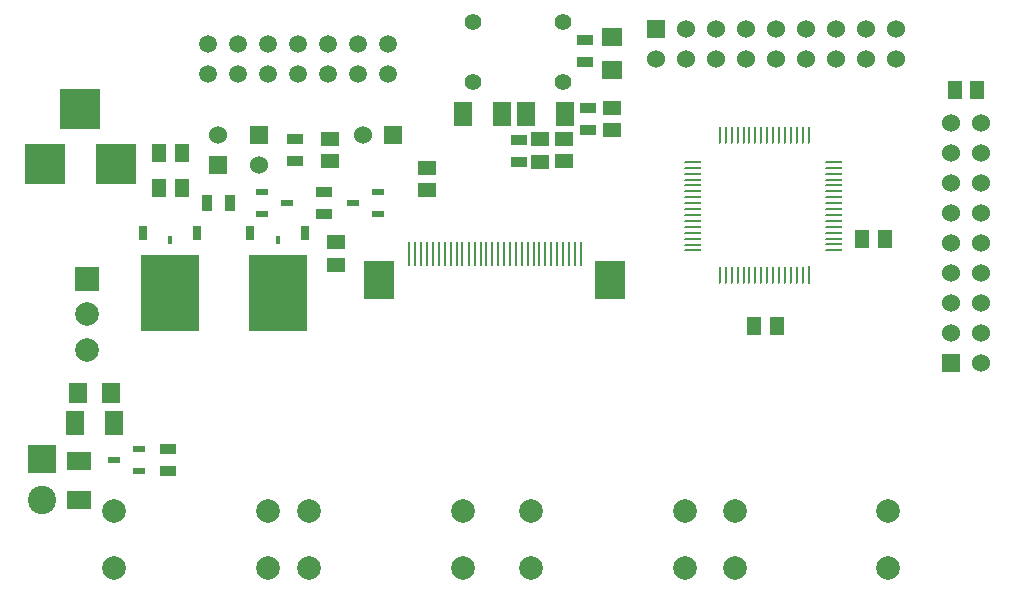
<source format=gbs>
G04 (created by PCBNEW (2013-07-07 BZR 4022)-stable) date 21/05/2014 18:52:46*
%MOIN*%
G04 Gerber Fmt 3.4, Leading zero omitted, Abs format*
%FSLAX34Y34*%
G01*
G70*
G90*
G04 APERTURE LIST*
%ADD10C,0.00590551*%
%ADD11C,0.0593*%
%ADD12R,0.0098X0.06*%
%ADD13O,0.0098X0.06*%
%ADD14O,0.06X0.0098*%
%ADD15C,0.0787402*%
%ADD16R,0.0787402X0.0787402*%
%ADD17C,0.055*%
%ADD18R,0.0394X0.0236*%
%ADD19R,0.06X0.08*%
%ADD20R,0.08X0.06*%
%ADD21R,0.055X0.035*%
%ADD22R,0.035X0.055*%
%ADD23R,0.0255906X0.0492126*%
%ADD24R,0.018X0.028*%
%ADD25R,0.19685X0.255906*%
%ADD26R,0.06X0.06*%
%ADD27C,0.06*%
%ADD28C,0.0944882*%
%ADD29R,0.0944882X0.0944882*%
%ADD30R,0.071X0.063*%
%ADD31R,0.063X0.071*%
%ADD32R,0.059X0.0512*%
%ADD33R,0.0512X0.059*%
%ADD34R,0.1378X0.1378*%
%ADD35R,0.01X0.08*%
%ADD36R,0.1X0.13*%
G04 APERTURE END LIST*
G54D10*
G54D11*
X11503Y14224D03*
X11503Y15224D03*
X10503Y14224D03*
X10503Y15224D03*
X9503Y14224D03*
X9503Y15224D03*
X8503Y14224D03*
X8503Y15224D03*
X7503Y14224D03*
X7503Y15224D03*
X6503Y14224D03*
X6503Y15224D03*
X5503Y14224D03*
X5503Y15224D03*
G54D12*
X25531Y7492D03*
G54D13*
X25334Y7492D03*
X25137Y7492D03*
X24940Y7492D03*
X24743Y7492D03*
X24547Y7492D03*
X24350Y7492D03*
X24153Y7492D03*
X23956Y7492D03*
X23759Y7492D03*
X23562Y7492D03*
X23366Y7492D03*
X23169Y7492D03*
X22972Y7492D03*
X22775Y7492D03*
X22578Y7492D03*
G54D14*
X21680Y8327D03*
X21680Y8524D03*
X21680Y8721D03*
X21680Y8918D03*
X21680Y9115D03*
X21680Y9311D03*
X21680Y9508D03*
X21680Y9705D03*
X21680Y9902D03*
X21680Y10099D03*
X21680Y10296D03*
X21680Y10492D03*
X21680Y10689D03*
X21680Y10886D03*
X21680Y11083D03*
X21680Y11280D03*
G54D13*
X22578Y12178D03*
X22775Y12178D03*
X22972Y12178D03*
X23169Y12178D03*
X23366Y12178D03*
X23562Y12178D03*
X23759Y12178D03*
X23956Y12178D03*
X24153Y12178D03*
X24350Y12178D03*
X24547Y12178D03*
X24743Y12178D03*
X24940Y12178D03*
X25137Y12178D03*
X25334Y12178D03*
X25531Y12178D03*
G54D14*
X26366Y11280D03*
X26366Y11083D03*
X26366Y10689D03*
X26373Y10886D03*
X26366Y10492D03*
X26366Y10296D03*
X26366Y10099D03*
X26366Y9902D03*
X26366Y9705D03*
X26366Y9508D03*
X26366Y9314D03*
X26366Y9117D03*
X26366Y8920D03*
X26366Y8723D03*
X26366Y8527D03*
X26366Y8330D03*
G54D15*
X1496Y6196D03*
G54D16*
X1496Y7377D03*
G54D15*
X1496Y5015D03*
G54D17*
X17346Y13946D03*
X17346Y15946D03*
X14346Y13946D03*
X14346Y15946D03*
G54D15*
X8877Y-2244D03*
X8877Y-358D03*
X14000Y-2244D03*
X14000Y-358D03*
X2377Y-2244D03*
X2377Y-358D03*
X7500Y-2244D03*
X7500Y-358D03*
X23070Y-2259D03*
X23070Y-374D03*
X28192Y-2259D03*
X28192Y-374D03*
X16279Y-2259D03*
X16279Y-374D03*
X21401Y-2259D03*
X21401Y-374D03*
G54D18*
X3211Y1713D03*
X2379Y1338D03*
X3211Y963D03*
X7300Y9526D03*
X8132Y9901D03*
X7300Y10276D03*
X11183Y10276D03*
X10351Y9901D03*
X11183Y9526D03*
G54D19*
X17406Y12876D03*
X16106Y12876D03*
X15306Y12876D03*
X14006Y12876D03*
G54D20*
X1220Y0D03*
X1220Y1299D03*
G54D19*
X1082Y2578D03*
X2382Y2578D03*
G54D21*
X9389Y9526D03*
X9389Y10276D03*
X8405Y11298D03*
X8405Y12048D03*
X18070Y14605D03*
X18070Y15355D03*
G54D22*
X5491Y9905D03*
X6241Y9905D03*
G54D21*
X18196Y12341D03*
X18196Y13091D03*
X15876Y11261D03*
X15876Y12011D03*
X4173Y963D03*
X4173Y1713D03*
G54D23*
X3346Y8897D03*
X5157Y8897D03*
G54D24*
X4251Y8661D03*
G54D25*
X4251Y6899D03*
G54D23*
X6929Y8917D03*
X8740Y8917D03*
G54D24*
X7834Y8681D03*
G54D25*
X7834Y6919D03*
G54D26*
X5846Y11173D03*
G54D27*
X5846Y12173D03*
G54D26*
X11681Y12165D03*
G54D27*
X10681Y12165D03*
G54D26*
X7224Y12173D03*
G54D27*
X7224Y11173D03*
G54D28*
X-3Y7D03*
G54D29*
X-3Y1385D03*
G54D30*
X18976Y15451D03*
X18976Y14351D03*
G54D31*
X2282Y3582D03*
X1182Y3582D03*
G54D32*
X9783Y8603D03*
X9783Y7853D03*
X9586Y11298D03*
X9586Y12048D03*
G54D33*
X4646Y11574D03*
X3896Y11574D03*
G54D32*
X17376Y11301D03*
X17376Y12051D03*
X18976Y12341D03*
X18976Y13091D03*
G54D33*
X27321Y8696D03*
X28071Y8696D03*
X23719Y5807D03*
X24469Y5807D03*
X31158Y13681D03*
X30408Y13681D03*
X3896Y10393D03*
X4646Y10393D03*
G54D32*
X16596Y11281D03*
X16596Y12031D03*
X12814Y10333D03*
X12814Y11083D03*
G54D34*
X2437Y11196D03*
X75Y11196D03*
X1256Y13046D03*
G54D27*
X27448Y14716D03*
X28448Y15716D03*
G54D26*
X20448Y15716D03*
G54D27*
X20448Y14716D03*
X21448Y15716D03*
X21448Y14716D03*
X22448Y15716D03*
X22448Y14716D03*
X23448Y15716D03*
X23448Y14716D03*
X24448Y15716D03*
X24448Y14716D03*
X25448Y15716D03*
X25448Y14716D03*
X26448Y15716D03*
X26448Y14716D03*
X27448Y15716D03*
X28448Y14716D03*
X31279Y11562D03*
X30279Y12562D03*
G54D26*
X30279Y4562D03*
G54D27*
X31279Y4562D03*
X30279Y5562D03*
X31279Y5562D03*
X30279Y6562D03*
X31279Y6562D03*
X30279Y7562D03*
X31279Y7562D03*
X30279Y8562D03*
X31279Y8562D03*
X30279Y9562D03*
X31279Y9562D03*
X30279Y10562D03*
X31279Y10562D03*
X30279Y11562D03*
X31279Y12562D03*
G54D35*
X12224Y8217D03*
X12814Y8217D03*
X12421Y8217D03*
X13208Y8217D03*
X13405Y8217D03*
X13996Y8217D03*
X12618Y8217D03*
X13602Y8217D03*
X14404Y8217D03*
X14599Y8217D03*
X15974Y8217D03*
X16174Y8217D03*
X16369Y8217D03*
X15779Y8217D03*
X17944Y8217D03*
X16564Y8217D03*
X16764Y8217D03*
X16959Y8217D03*
X17154Y8217D03*
X17354Y8217D03*
X17549Y8217D03*
X17744Y8217D03*
X15584Y8217D03*
X15384Y8217D03*
X15189Y8217D03*
X14994Y8217D03*
X14794Y8217D03*
X13011Y8217D03*
X13799Y8217D03*
X14204Y8217D03*
G54D36*
X18914Y7337D03*
X11228Y7337D03*
M02*

</source>
